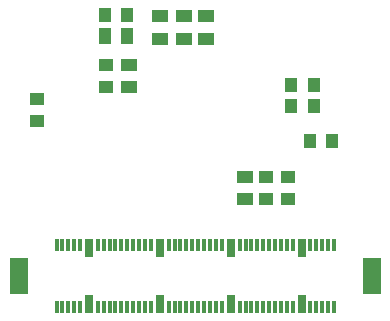
<source format=gbr>
G04 DipTrace 3.2.0.1*
G04 BottomPaste.gbr*
%MOIN*%
G04 #@! TF.FileFunction,Paste,Bot*
G04 #@! TF.Part,Single*
%AMOUTLINE2*
4,1,4,
0.025591,-0.021654,
-0.025591,-0.021654,
-0.025591,0.021654,
0.025591,0.021654,
0.025591,-0.021654,
0*%
%AMOUTLINE5*
4,1,4,
-0.025591,0.021654,
0.025591,0.021654,
0.025591,-0.021654,
-0.025591,-0.021654,
-0.025591,0.021654,
0*%
%AMOUTLINE8*
4,1,4,
0.021654,0.025591,
0.021654,-0.025591,
-0.021654,-0.025591,
-0.021654,0.025591,
0.021654,0.025591,
0*%
%ADD41R,0.011699X0.043199*%
%ADD42R,0.011801X0.043301*%
%ADD43R,0.0275X0.0589*%
%ADD44R,0.0629X0.122*%
%ADD98R,0.051181X0.043307*%
%ADD100R,0.043307X0.051181*%
%ADD106OUTLINE2*%
%ADD109OUTLINE5*%
%ADD112OUTLINE8*%
%FSLAX26Y26*%
G04*
G70*
G90*
G75*
G01*
G04 BotPaste*
%LPD*%
D106*
X1381890Y1822835D3*
Y1748031D3*
D109*
X1586614Y1212598D3*
Y1287402D3*
D100*
X1814961Y1523622D3*
X1740157D3*
D98*
X1728346Y1212598D3*
Y1287402D3*
D112*
X1118110Y1755906D3*
X1192913D3*
D109*
X1200787Y1586614D3*
Y1661417D3*
X1303150Y1822835D3*
Y1748031D3*
D98*
X1122047Y1586614D3*
Y1661417D3*
D109*
X1456693Y1822835D3*
Y1748031D3*
D98*
X1657480Y1212598D3*
Y1287402D3*
D100*
X1118110Y1826772D3*
X1192913D3*
D98*
X893701Y1472441D3*
Y1547244D3*
D100*
X1877953Y1405512D3*
X1803150D3*
X1814961Y1594488D3*
X1740157D3*
D41*
X1883306Y854232D3*
X1804605Y1058832D3*
X1745604Y854033D3*
Y1058633D3*
X1725907Y854033D3*
X1725806Y1058732D3*
X1706105Y854033D3*
Y1058732D3*
X1686404Y854033D3*
Y1058633D3*
X1666803Y854033D3*
X1883306Y1058633D3*
X1666803D3*
X1647105Y854033D3*
X1647007Y1058732D3*
X1627406Y854033D3*
Y1058732D3*
X1607804Y854033D3*
X1607705Y1058732D3*
X1588104Y854033D3*
X1588005Y1058732D3*
X1568306Y854033D3*
D42*
X1863606Y854133D3*
D41*
X1568306Y1058732D3*
X1509105Y854433D3*
Y1058933D3*
X1489406Y854433D3*
X1489304Y1059133D3*
X1469604Y854433D3*
Y1059133D3*
X1449804Y854433D3*
Y1058933D3*
X1430304Y854433D3*
X1863606Y1058633D3*
X1430304Y1058933D3*
X1410605Y854433D3*
X1410407Y1059133D3*
X1390806Y854433D3*
Y1059133D3*
X1371303Y854433D3*
X1371105Y1059133D3*
X1351605Y854433D3*
X1351404Y1059133D3*
X1331804Y854433D3*
X1843904Y854232D3*
X1331804Y1059133D3*
X1272906Y854433D3*
Y1058832D3*
X1253306Y854433D3*
X1253106Y1059133D3*
X1233407Y854433D3*
Y1059133D3*
X1213605Y854433D3*
Y1058832D3*
X1194105Y854433D3*
X1843904Y1058832D3*
X1194105D3*
X1174404Y854433D3*
X1174303Y1059133D3*
X1154605Y854433D3*
Y1059133D3*
X1135105Y854433D3*
X1134906Y1059133D3*
X1115406Y854433D3*
X1115304Y1059133D3*
X1095606Y854433D3*
X1824304Y854232D3*
X1095606Y1059133D3*
X1036906Y854232D3*
Y1058633D3*
X1017304Y854232D3*
Y1058633D3*
X997605Y854232D3*
Y1058832D3*
X977904Y854232D3*
Y1058832D3*
X958303Y854232D3*
X1824304Y1058832D3*
X958303D3*
D43*
X1775104Y862033D3*
Y1050832D3*
X1538806Y862033D3*
Y1050832D3*
X1302605Y862033D3*
Y1050832D3*
X1066304Y862033D3*
Y1050832D3*
D44*
X2008705Y956433D3*
D41*
X1804605Y854232D3*
D44*
X832104Y956433D3*
M02*

</source>
